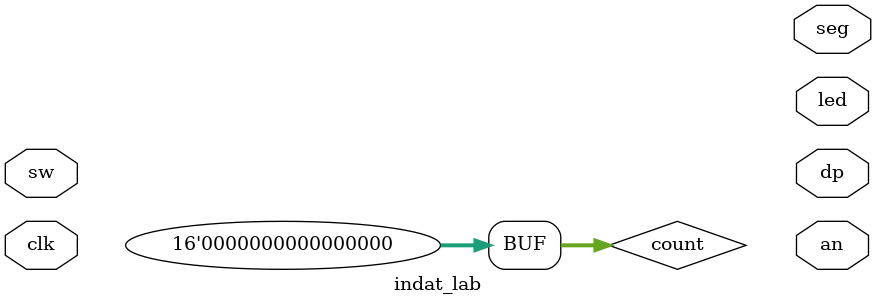
<source format=v>

module indat_lab(
    // All these particular variables below are defined to have special names that match internal names in the constraint files
    // By choosing these variables to have certain names, they will automatically match to things on the FPGA
    // Part 1 Variables: connecting switches to LEDs
    input clk,              // 100MHz clock
    input [15:0] sw,        // 16 switches
    output [15:0] led,      // 16 LEDs 

    // Part 2 Variables: the seven segment display
    output [6:0] seg,
    output [3:0] an, 
    output dp,
    
    );
     
    // ~~~~~~~~~~~~~~~~~~ ~~ ~~~~~~~~~~~~~~~~~~~~ //
    // Lab Part 1: Tying the LEDs to the switches //
    // ~~~~~~~~~~~~~~~~~~ ~~ ~~~~~~~~~~~~~~~~~~~~ //

    // Try to tie the first four switches (sw[0], ...)  to LEDs (led[0], ...) individually using "assign"
    // Use "assign" in Verilog to tie the value of an input to an output.
    // Example:     
    //     assign output_variable = input_variable;
    // The above would assign the value of output_variable to the value of an input_variable
    // The output variables in this case should be LEDs, and the input variables should be switches.
    
    // Try to tie the first four switches (sw[0], sw[1], sw[2], sw[3]) to the first four LEDs (led[0], led[1], led[2], led[3]):
    // For the rest of the switches and LEDs, try tying them together in bulk. You can assign led[15:4] to sw[15:4].
    // assign ___ = ____;
    // Write five "assign" statements below to complete the above task




    

    
    // ~~~~~~~~~~~~~~~~~~~~~~~~~ ~~ ~~~~~~~~~~~~~~~~~~~~~~~~~~ //
    // Lab Part 2: Showing values on the seven segment display //
    // ~~~~~~~~~~~~~~~~~~~~~~~~~ ~~ ~~~~~~~~~~~~~~~~~~~~~~~~~~ //

    // This value will hold our count value
    reg [15:0] count = 0;  // 16-bit register to hold the count value

    // Put in code to increment the counter whenever ADC sees an edge (ADC is above threshold, previous ADC is below)
    // See the Verilog help document for hints on how to write this code. We don't need a reset for now, just the 
    // count increment is fine.
    always @(posedge clk) begin
      // User code here...
    end

    

    // This variable will be the bytes we feed into the seg7decimal module to be displayed 
    // It is a wire, which means it does not hold a value by itself, it just connects other things together
    //   and carries a value from one to another. The "value" on it at any point is just the value of whatever
    //   it is connected to.   
    wire [15:0] display_bytes; // The bytes you want to display on the 7-segment display
    
    // The below line will enable the seg7decimal display to show its value
    // The modules is called seg7decimal, then "u1" is our local instantiation name we give it. 
    // If there's ever a design where we implement two copies of the same module, then the instantiation names
    //   would differentiate them (u1, u2, etc) 


    // This instance converts a 16 bit number to a 4 digit hex display. Uncomment the below line and fill in the blank.
    // seg7decimal u1 (.clk(clk), .input_bytes(______),     .a_to_g(seg),.an(an), .dp(dp));
    //                       ^ two inputs  ^                 ^ ouptuts (don't touch these)

    // For filling in the blank:
    //  Think about the physical connections: what do you want to go into the seg7decimal module to be displayed?
    
    
    

    // ~~~~~~~~~~~~~~~~~~~~~~~~~ ~~ ~~~~~~~~~~~~~~~~~~~~~~~~~ //
    // Lab Part 3: Modifying the code                         //
    // ~~~~~~~~~~~~~~~~~~~~~~~~~ ~~ ~~~~~~~~~~~~~~~~~~~~~~~~~ //
    
    // Follow the instructions on the lab document for "Part 3". 
    // First, edit the assign statements from Part 1 of the lab to contain the logic outlined in the lab report
    // Note, 16'h8000 means "a 16-bit hexadecimal number with the hexadecimal value 8000"
    // A random other example: 6'b 100100 would be "a 6-bit binary number with the binary value 100100"
    // Adding a space after the letter is optional (6'b1001000 or 6'b 1001000 are both fine)

    // Make sure to either edit the assign statements from part 1, or comment them out and rewrite them here, but 
    // don't leave both versions of the assign statements active at the same time, or you'll get errors (why?)
    
    
    
    
    // ~~~~~~~~~~~~~~~~~~~~~~~~~ ~~ ~~~~~~~~~~~~~~~~~~~~~~~~~ //
    // Lab Part 4: Convert hexadecimal to decimal display     //
    // ~~~~~~~~~~~~~~~~~~~~~~~~~ ~~ ~~~~~~~~~~~~~~~~~~~~~~~~~ //
    
    
    // Next, at the bottom of page 7, bring in the module that will convert hexadecimal to bcd (binary coded decimal)
    // It tells you the input is hex and the output is dec, so you'll need something like (fill in the blanks)
    // hex2bcd u3 (.hex(___), .dec(___));
    //
    // Reconsider the flow of data at this point. Try to draw a diagram of which wires carry which data between which modules.
    
    
    

    // ~~~~~~~~~~~~~~~~~~~~~~~~~ ~~ ~~~~~~~~~~~~~~~~~~~~~~~~~ //
    // Lab Part 5: Implementing a button to reset the counter //
    // ~~~~~~~~~~~~~~~~~~~~~~~~~ ~~ ~~~~~~~~~~~~~~~~~~~~~~~~~ //
    
    // In the above always block, add some code at the end that resets count to 0 when btnC == 1. 
    // You'll need to add btnC as an input to our module at the top (go do this!)
    // Vivado will automatically detect that btnC is an input and connect it to the right pin on the FPGA 
    //   based on the constraints file.
  
  
    // ~~~~~~~~~~~~~~~~~~~~~~~~~ ~~ ~~~~~~~~~~~~~~~~~~~~~~~~~ //
    // Lab Part 6: Final optional project!                    //
    // ~~~~~~~~~~~~~~~~~~~~~~~~~ ~~ ~~~~~~~~~~~~~~~~~~~~~~~~~ //






endmodule
</source>
